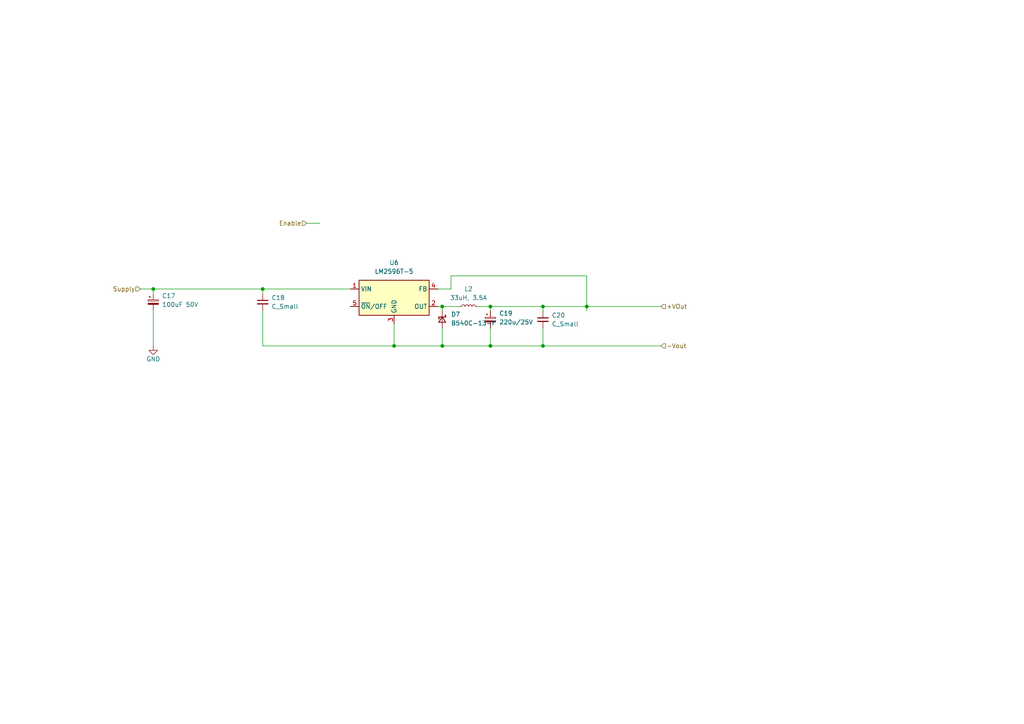
<source format=kicad_sch>
(kicad_sch (version 20230121) (generator eeschema)
  (paper "A4")
  (lib_symbols
    (symbol "Device:C_Polarized_Small" (pin_numbers hide) (pin_names (offset 0.254) hide)
      (property "Reference" "C" (at 0.254 1.778 0))
      (property "Value" "C_Polarized_Small" (at 0.254 -2.032 0))
      (symbol "C_Polarized_Small_0_1"
        (rectangle (start -1.524 -0.3048) (end 1.524 -0.6858) (fill (type outline)))
        (rectangle (start -1.524 0.6858) (end 1.524 0.3048))
        (polyline (pts (xy -1.27 1.524) (xy -0.762 1.524)))
        (polyline (pts (xy -1.016 1.27) (xy -1.016 1.778)))
      )
      (symbol "C_Polarized_Small_1_1"
        (pin passive line (at 0 2.54 270) (length 1.8542) (name "~") (number "1"))
        (pin passive line (at 0 -2.54 90) (length 1.8542) (name "~") (number "2"))
      )
    )
    (symbol "Device:C_Small" (pin_numbers hide) (pin_names (offset 0.254) hide)
      (property "Reference" "C" (at 0.254 1.778 0))
      (property "Value" "C_Small" (at 0.254 -2.032 0))
      (symbol "C_Small_0_1"
        (polyline (pts (xy -1.524 -0.508) (xy 1.524 -0.508)) (stroke (width 0.3302)))
        (polyline (pts (xy -1.524 0.508) (xy 1.524 0.508)) (stroke (width 0.3048)))
      )
      (symbol "C_Small_1_1"
        (pin passive line (at 0 2.54 270) (length 2.032) (name "~") (number "1"))
        (pin passive line (at 0 -2.54 90) (length 2.032) (name "~") (number "2"))
      )
    )
    (symbol "Device:D_Schottky_Small" (pin_numbers hide) (pin_names (offset 0.254) hide)
      (property "Reference" "D" (at -1.27 2.032 0))
      (property "Value" "D_Schottky_Small" (at -7.112 -2.032 0))
      (symbol "D_Schottky_Small_0_1"
        (polyline (pts (xy -0.762 0) (xy 0.762 0)))
        (polyline (pts (xy 0.762 -1.016) (xy -0.762 0) (xy 0.762 1.016) (xy 0.762 -1.016)) (stroke (width 0.254)))
        (polyline (pts (xy -1.27 0.762) (xy -1.27 1.016) (xy -0.762 1.016) (xy -0.762 -1.016) (xy -0.254 -1.016) (xy -0.254 -0.762)) (stroke (width 0.254)))
      )
      (symbol "D_Schottky_Small_1_1"
        (pin passive line (at -2.54 0 0) (length 1.778) (name "K") (number "1"))
        (pin passive line (at 2.54 0 180) (length 1.778) (name "A") (number "2"))
      )
    )
    (symbol "Device:L_Small" (pin_numbers hide) (pin_names (offset 0.254) hide)
      (property "Reference" "L" (at 0.762 1.016 0))
      (property "Value" "L_Small" (at 0.762 -1.016 0))
      (symbol "L_Small_0_1"
        (arc (start 0 -2.032) (mid 0.5058 -1.524) (end 0 -1.016))
        (arc (start 0 -1.016) (mid 0.5058 -0.508) (end 0 0))
        (arc (start 0 0) (mid 0.5058 0.508) (end 0 1.016))
        (arc (start 0 1.016) (mid 0.5058 1.524) (end 0 2.032))
      )
      (symbol "L_Small_1_1"
        (pin passive line (at 0 2.54 270) (length 0.508) (name "~") (number "1"))
        (pin passive line (at 0 -2.54 90) (length 0.508) (name "~") (number "2"))
      )
    )
    (symbol "Regulator_Switching:LM2596T-ADJ"
      (property "Reference" "U" (at -10.16 6.35 0))
      (property "Value" "LM2596T-ADJ" (at 0 6.35 0))
      (symbol "LM2596T-ADJ_0_1"
        (rectangle (start -10.16 5.08) (end 10.16 -5.08) (stroke (width 0.254)) (fill (type background)))
      )
      (symbol "LM2596T-ADJ_1_1"
        (pin power_in line (at -12.7 2.54 0) (length 2.54) (name "VIN") (number "1"))
        (pin output line (at 12.7 -2.54 180) (length 2.54) (name "OUT") (number "2"))
        (pin power_in line (at 0 -7.62 90) (length 2.54) (name "GND") (number "3"))
        (pin input line (at 12.7 2.54 180) (length 2.54) (name "FB") (number "4"))
        (pin input line (at -12.7 -2.54 0) (length 2.54) (name "~{ON}/OFF") (number "5"))
      )
    )
    (symbol "power:GND" (power) (pin_names (offset 0))
      (property "Value" "GND" (at 0 -3.81 0))
      (symbol "GND_0_1"
        (polyline (pts (xy 0 0) (xy 0 -1.27) (xy 1.27 -1.27) (xy 0 -2.54) (xy -1.27 -1.27) (xy 0 -1.27)))
      )
      (symbol "GND_1_1"
        (pin power_in line (at 0 0 270) (length 0) hide (name "GND") (number "1"))
      )
    )
  )
  (junction (at 128.27 88.9))
  (junction (at 157.48 100.33))
  (junction (at 157.48 88.9))
  (junction (at 170.18 88.9))
  (junction (at 142.24 100.33))
  (junction (at 76.2 83.82))
  (junction (at 44.45 83.82))
  (junction (at 128.27 100.33))
  (junction (at 114.3 100.33))
  (junction (at 142.24 88.9))
  (wire (pts (xy 128.27 100.33) (xy 142.24 100.33)))
  (wire (pts (xy 157.48 95.25) (xy 157.48 100.33)))
  (wire (pts (xy 142.24 100.33) (xy 142.24 95.25)))
  (wire (pts (xy 127 88.9) (xy 128.27 88.9)))
  (wire (pts (xy 157.48 100.33) (xy 191.77 100.33)))
  (wire (pts (xy 76.2 83.82) (xy 101.6 83.82)))
  (wire (pts (xy 170.18 88.9) (xy 191.77 88.9)))
  (wire (pts (xy 114.3 100.33) (xy 114.3 93.98)))
  (wire (pts (xy 142.24 88.9) (xy 142.24 90.17)))
  (wire (pts (xy 76.2 83.82) (xy 76.2 85.09)))
  (wire (pts (xy 157.48 88.9) (xy 170.18 88.9)))
  (wire (pts (xy 88.9 64.77) (xy 92.71 64.77)))
  (wire (pts (xy 130.81 83.82) (xy 127 83.82)))
  (wire (pts (xy 76.2 90.17) (xy 76.2 100.33)))
  (wire (pts (xy 44.45 83.82) (xy 44.45 85.09)))
  (wire (pts (xy 76.2 100.33) (xy 114.3 100.33)))
  (wire (pts (xy 114.3 100.33) (xy 128.27 100.33)))
  (wire (pts (xy 40.64 83.82) (xy 44.45 83.82)))
  (wire (pts (xy 44.45 90.17) (xy 44.45 100.33)))
  (wire (pts (xy 142.24 88.9) (xy 157.48 88.9)))
  (wire (pts (xy 142.24 100.33) (xy 157.48 100.33)))
  (wire (pts (xy 130.81 80.01) (xy 130.81 83.82)))
  (wire (pts (xy 128.27 88.9) (xy 133.35 88.9)))
  (wire (pts (xy 138.43 88.9) (xy 142.24 88.9)))
  (wire (pts (xy 170.18 80.01) (xy 170.18 88.9)))
  (wire (pts (xy 128.27 100.33) (xy 128.27 95.25)))
  (wire (pts (xy 128.27 88.9) (xy 128.27 90.17)))
  (wire (pts (xy 170.18 88.9) (xy 170.18 90.17)))
  (wire (pts (xy 44.45 83.82) (xy 76.2 83.82)))
  (wire (pts (xy 157.48 88.9) (xy 157.48 90.17)))
  (wire (pts (xy 130.81 80.01) (xy 170.18 80.01)))
  (hierarchical_label "+VOut" (shape input) (at 191.77 88.9 0))
  (hierarchical_label "Enable" (shape input) (at 88.9 64.77 180))
  (hierarchical_label "Supply" (shape input) (at 40.64 83.82 180))
  (hierarchical_label "-Vout" (shape input) (at 191.77 100.33 0))
  (symbol (lib_id "Device:L_Small") (at 135.89 88.9 90) (unit 1)
    (property "Reference" "L2" (at 135.89 83.82 90))
    (property "Value" "33uH, 3.5A" (at 135.89 86.36 90))
    (property "Footprint" "Inductor_SMD:L_Bourns_SRR1260" (effects hide))
    (property "P/N" "SRR1280A-330M" (effects hide))
  )
  (symbol (lib_id "Device:C_Small") (at 157.48 92.71 0) (unit 1)
    (property "Reference" "C20" (at 160.02 91.4462 0) (effects (justify left)))
    (property "Value" "C_Small" (at 160.02 93.9862 0) (effects (justify left)))
    (property "Footprint" "Capacitor_SMD:C_0805_2012Metric_Pad1.18x1.45mm_HandSolder" (effects hide))
  )
  (symbol (lib_id "Regulator_Switching:LM2596T-ADJ") (at 114.3 86.36 0) (unit 1)
    (property "Reference" "U6" (at 114.3 76.2 0))
    (property "Value" "LM2596T-5" (at 114.3 78.74 0))
    (property "Footprint" "Package_TO_SOT_THT:TO-220-5_P3.4x3.7mm_StaggerOdd_Lead3.8mm_Vertical" (effects hide))
    (property "Datasheet" "http://www.ti.com/lit/ds/symlink/lm2596.pdf" (effects hide))
  )
  (symbol (lib_id "power:GND") (at 44.45 100.33 0) (unit 1)
    (property "Reference" "#PWR029" (effects hide))
    (property "Value" "GND" (at 44.45 104.14 0))
  )
  (symbol (lib_id "Device:D_Schottky_Small") (at 128.27 92.71 270) (unit 1)
    (property "Reference" "D7" (at 130.81 91.1859 90) (effects (justify left)))
    (property "Value" "B540C-13-F" (at 130.81 93.7259 90) (effects (justify left)))
    (property "Footprint" "Diode_SMD:D_SMC" (effects hide))
  )
  (symbol (lib_id "Device:C_Small") (at 76.2 87.63 0) (unit 1)
    (property "Reference" "C18" (at 78.74 86.3662 0) (effects (justify left)))
    (property "Value" "C_Small" (at 78.74 88.9062 0) (effects (justify left)))
    (property "Footprint" "Capacitor_SMD:C_0805_2012Metric_Pad1.18x1.45mm_HandSolder" (effects hide))
  )
  (symbol (lib_id "Device:C_Polarized_Small") (at 44.45 87.63 0) (unit 1)
    (property "Reference" "C17" (at 46.99 85.8138 0) (effects (justify left)))
    (property "Value" "100uF 50V" (at 46.99 88.3538 0) (effects (justify left)))
    (property "Footprint" "Capacitor_THT:CP_Radial_D8.0mm_P3.50mm" (effects hide))
    (property "P/N" "860010674014" (effects hide))
  )
  (symbol (lib_id "Device:C_Polarized_Small") (at 142.24 92.71 0) (unit 1)
    (property "Reference" "C19" (at 144.78 90.8938 0) (effects (justify left)))
    (property "Value" "220u/25V" (at 144.78 93.4338 0) (effects (justify left)))
    (property "Footprint" "Capacitor_THT:CP_Radial_D6.3mm_P2.50mm" (effects hide))
    (property "P/N" "860010473011" (effects hide))
  )
)
</source>
